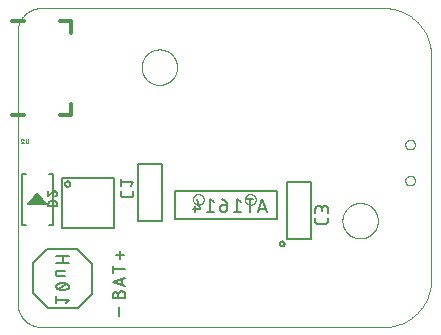
<source format=gbo>
G75*
%MOIN*%
%OFA0B0*%
%FSLAX25Y25*%
%IPPOS*%
%LPD*%
%AMOC8*
5,1,8,0,0,1.08239X$1,22.5*
%
%ADD10C,0.00000*%
%ADD11C,0.00800*%
%ADD12C,0.00500*%
%ADD13C,0.00600*%
%ADD14C,0.00630*%
%ADD15C,0.00669*%
%ADD16C,0.01200*%
%ADD17C,0.00100*%
D10*
X0025122Y0017048D02*
X0139295Y0017048D01*
X0139676Y0017053D01*
X0140056Y0017066D01*
X0140436Y0017089D01*
X0140815Y0017122D01*
X0141193Y0017163D01*
X0141570Y0017213D01*
X0141946Y0017273D01*
X0142321Y0017341D01*
X0142693Y0017419D01*
X0143064Y0017506D01*
X0143432Y0017601D01*
X0143798Y0017706D01*
X0144161Y0017819D01*
X0144522Y0017941D01*
X0144879Y0018071D01*
X0145233Y0018211D01*
X0145584Y0018358D01*
X0145931Y0018515D01*
X0146274Y0018679D01*
X0146613Y0018852D01*
X0146948Y0019033D01*
X0147279Y0019222D01*
X0147604Y0019419D01*
X0147925Y0019623D01*
X0148241Y0019836D01*
X0148551Y0020056D01*
X0148857Y0020283D01*
X0149156Y0020518D01*
X0149450Y0020760D01*
X0149738Y0021008D01*
X0150020Y0021264D01*
X0150295Y0021527D01*
X0150564Y0021796D01*
X0150827Y0022071D01*
X0151083Y0022353D01*
X0151331Y0022641D01*
X0151573Y0022935D01*
X0151808Y0023234D01*
X0152035Y0023540D01*
X0152255Y0023850D01*
X0152468Y0024166D01*
X0152672Y0024487D01*
X0152869Y0024812D01*
X0153058Y0025143D01*
X0153239Y0025478D01*
X0153412Y0025817D01*
X0153576Y0026160D01*
X0153733Y0026507D01*
X0153880Y0026858D01*
X0154020Y0027212D01*
X0154150Y0027569D01*
X0154272Y0027930D01*
X0154385Y0028293D01*
X0154490Y0028659D01*
X0154585Y0029027D01*
X0154672Y0029398D01*
X0154750Y0029770D01*
X0154818Y0030145D01*
X0154878Y0030521D01*
X0154928Y0030898D01*
X0154969Y0031276D01*
X0155002Y0031655D01*
X0155025Y0032035D01*
X0155038Y0032415D01*
X0155043Y0032796D01*
X0155043Y0107599D01*
X0155038Y0107980D01*
X0155025Y0108360D01*
X0155002Y0108740D01*
X0154969Y0109119D01*
X0154928Y0109497D01*
X0154878Y0109874D01*
X0154818Y0110250D01*
X0154750Y0110625D01*
X0154672Y0110997D01*
X0154585Y0111368D01*
X0154490Y0111736D01*
X0154385Y0112102D01*
X0154272Y0112465D01*
X0154150Y0112826D01*
X0154020Y0113183D01*
X0153880Y0113537D01*
X0153733Y0113888D01*
X0153576Y0114235D01*
X0153412Y0114578D01*
X0153239Y0114917D01*
X0153058Y0115252D01*
X0152869Y0115583D01*
X0152672Y0115908D01*
X0152468Y0116229D01*
X0152255Y0116545D01*
X0152035Y0116855D01*
X0151808Y0117161D01*
X0151573Y0117460D01*
X0151331Y0117754D01*
X0151083Y0118042D01*
X0150827Y0118324D01*
X0150564Y0118599D01*
X0150295Y0118868D01*
X0150020Y0119131D01*
X0149738Y0119387D01*
X0149450Y0119635D01*
X0149156Y0119877D01*
X0148857Y0120112D01*
X0148551Y0120339D01*
X0148241Y0120559D01*
X0147925Y0120772D01*
X0147604Y0120976D01*
X0147279Y0121173D01*
X0146948Y0121362D01*
X0146613Y0121543D01*
X0146274Y0121716D01*
X0145931Y0121880D01*
X0145584Y0122037D01*
X0145233Y0122184D01*
X0144879Y0122324D01*
X0144522Y0122454D01*
X0144161Y0122576D01*
X0143798Y0122689D01*
X0143432Y0122794D01*
X0143064Y0122889D01*
X0142693Y0122976D01*
X0142321Y0123054D01*
X0141946Y0123122D01*
X0141570Y0123182D01*
X0141193Y0123232D01*
X0140815Y0123273D01*
X0140436Y0123306D01*
X0140056Y0123329D01*
X0139676Y0123342D01*
X0139295Y0123347D01*
X0025122Y0123347D01*
X0024932Y0123345D01*
X0024742Y0123338D01*
X0024552Y0123326D01*
X0024362Y0123310D01*
X0024173Y0123290D01*
X0023984Y0123264D01*
X0023796Y0123235D01*
X0023609Y0123200D01*
X0023423Y0123161D01*
X0023238Y0123118D01*
X0023053Y0123070D01*
X0022870Y0123018D01*
X0022689Y0122962D01*
X0022509Y0122901D01*
X0022330Y0122835D01*
X0022153Y0122766D01*
X0021977Y0122692D01*
X0021804Y0122614D01*
X0021632Y0122531D01*
X0021463Y0122445D01*
X0021295Y0122355D01*
X0021130Y0122260D01*
X0020967Y0122162D01*
X0020807Y0122059D01*
X0020649Y0121953D01*
X0020494Y0121843D01*
X0020341Y0121730D01*
X0020191Y0121612D01*
X0020045Y0121491D01*
X0019901Y0121367D01*
X0019760Y0121239D01*
X0019622Y0121108D01*
X0019487Y0120973D01*
X0019356Y0120835D01*
X0019228Y0120694D01*
X0019104Y0120550D01*
X0018983Y0120404D01*
X0018865Y0120254D01*
X0018752Y0120101D01*
X0018642Y0119946D01*
X0018536Y0119788D01*
X0018433Y0119628D01*
X0018335Y0119465D01*
X0018240Y0119300D01*
X0018150Y0119132D01*
X0018064Y0118963D01*
X0017981Y0118791D01*
X0017903Y0118618D01*
X0017829Y0118442D01*
X0017760Y0118265D01*
X0017694Y0118086D01*
X0017633Y0117906D01*
X0017577Y0117725D01*
X0017525Y0117542D01*
X0017477Y0117357D01*
X0017434Y0117172D01*
X0017395Y0116986D01*
X0017360Y0116799D01*
X0017331Y0116611D01*
X0017305Y0116422D01*
X0017285Y0116233D01*
X0017269Y0116043D01*
X0017257Y0115853D01*
X0017250Y0115663D01*
X0017248Y0115473D01*
X0017248Y0024922D01*
X0017250Y0024732D01*
X0017257Y0024542D01*
X0017269Y0024352D01*
X0017285Y0024162D01*
X0017305Y0023973D01*
X0017331Y0023784D01*
X0017360Y0023596D01*
X0017395Y0023409D01*
X0017434Y0023223D01*
X0017477Y0023038D01*
X0017525Y0022853D01*
X0017577Y0022670D01*
X0017633Y0022489D01*
X0017694Y0022309D01*
X0017760Y0022130D01*
X0017829Y0021953D01*
X0017903Y0021777D01*
X0017981Y0021604D01*
X0018064Y0021432D01*
X0018150Y0021263D01*
X0018240Y0021095D01*
X0018335Y0020930D01*
X0018433Y0020767D01*
X0018536Y0020607D01*
X0018642Y0020449D01*
X0018752Y0020294D01*
X0018865Y0020141D01*
X0018983Y0019991D01*
X0019104Y0019845D01*
X0019228Y0019701D01*
X0019356Y0019560D01*
X0019487Y0019422D01*
X0019622Y0019287D01*
X0019760Y0019156D01*
X0019901Y0019028D01*
X0020045Y0018904D01*
X0020191Y0018783D01*
X0020341Y0018665D01*
X0020494Y0018552D01*
X0020649Y0018442D01*
X0020807Y0018336D01*
X0020967Y0018233D01*
X0021130Y0018135D01*
X0021295Y0018040D01*
X0021463Y0017950D01*
X0021632Y0017864D01*
X0021804Y0017781D01*
X0021977Y0017703D01*
X0022153Y0017629D01*
X0022330Y0017560D01*
X0022509Y0017494D01*
X0022689Y0017433D01*
X0022870Y0017377D01*
X0023053Y0017325D01*
X0023238Y0017277D01*
X0023423Y0017234D01*
X0023609Y0017195D01*
X0023796Y0017160D01*
X0023984Y0017131D01*
X0024173Y0017105D01*
X0024362Y0017085D01*
X0024552Y0017069D01*
X0024742Y0017057D01*
X0024932Y0017050D01*
X0025122Y0017048D01*
X0075712Y0059585D02*
X0075714Y0059669D01*
X0075720Y0059752D01*
X0075730Y0059835D01*
X0075744Y0059918D01*
X0075761Y0060000D01*
X0075783Y0060081D01*
X0075808Y0060160D01*
X0075837Y0060239D01*
X0075870Y0060316D01*
X0075906Y0060391D01*
X0075946Y0060465D01*
X0075989Y0060537D01*
X0076036Y0060606D01*
X0076086Y0060673D01*
X0076139Y0060738D01*
X0076195Y0060800D01*
X0076253Y0060860D01*
X0076315Y0060917D01*
X0076379Y0060970D01*
X0076446Y0061021D01*
X0076515Y0061068D01*
X0076586Y0061113D01*
X0076659Y0061153D01*
X0076734Y0061190D01*
X0076811Y0061224D01*
X0076889Y0061254D01*
X0076968Y0061280D01*
X0077049Y0061303D01*
X0077131Y0061321D01*
X0077213Y0061336D01*
X0077296Y0061347D01*
X0077379Y0061354D01*
X0077463Y0061357D01*
X0077547Y0061356D01*
X0077630Y0061351D01*
X0077714Y0061342D01*
X0077796Y0061329D01*
X0077878Y0061313D01*
X0077959Y0061292D01*
X0078040Y0061268D01*
X0078118Y0061240D01*
X0078196Y0061208D01*
X0078272Y0061172D01*
X0078346Y0061133D01*
X0078418Y0061091D01*
X0078488Y0061045D01*
X0078556Y0060996D01*
X0078621Y0060944D01*
X0078684Y0060889D01*
X0078744Y0060831D01*
X0078802Y0060770D01*
X0078856Y0060706D01*
X0078908Y0060640D01*
X0078956Y0060572D01*
X0079001Y0060501D01*
X0079042Y0060428D01*
X0079081Y0060354D01*
X0079115Y0060278D01*
X0079146Y0060200D01*
X0079173Y0060121D01*
X0079197Y0060040D01*
X0079216Y0059959D01*
X0079232Y0059877D01*
X0079244Y0059794D01*
X0079252Y0059710D01*
X0079256Y0059627D01*
X0079256Y0059543D01*
X0079252Y0059460D01*
X0079244Y0059376D01*
X0079232Y0059293D01*
X0079216Y0059211D01*
X0079197Y0059130D01*
X0079173Y0059049D01*
X0079146Y0058970D01*
X0079115Y0058892D01*
X0079081Y0058816D01*
X0079042Y0058742D01*
X0079001Y0058669D01*
X0078956Y0058598D01*
X0078908Y0058530D01*
X0078856Y0058464D01*
X0078802Y0058400D01*
X0078744Y0058339D01*
X0078684Y0058281D01*
X0078621Y0058226D01*
X0078556Y0058174D01*
X0078488Y0058125D01*
X0078418Y0058079D01*
X0078346Y0058037D01*
X0078272Y0057998D01*
X0078196Y0057962D01*
X0078118Y0057930D01*
X0078040Y0057902D01*
X0077959Y0057878D01*
X0077878Y0057857D01*
X0077796Y0057841D01*
X0077714Y0057828D01*
X0077630Y0057819D01*
X0077547Y0057814D01*
X0077463Y0057813D01*
X0077379Y0057816D01*
X0077296Y0057823D01*
X0077213Y0057834D01*
X0077131Y0057849D01*
X0077049Y0057867D01*
X0076968Y0057890D01*
X0076889Y0057916D01*
X0076811Y0057946D01*
X0076734Y0057980D01*
X0076659Y0058017D01*
X0076586Y0058057D01*
X0076515Y0058102D01*
X0076446Y0058149D01*
X0076379Y0058200D01*
X0076315Y0058253D01*
X0076253Y0058310D01*
X0076195Y0058370D01*
X0076139Y0058432D01*
X0076086Y0058497D01*
X0076036Y0058564D01*
X0075989Y0058633D01*
X0075946Y0058705D01*
X0075906Y0058779D01*
X0075870Y0058854D01*
X0075837Y0058931D01*
X0075808Y0059010D01*
X0075783Y0059089D01*
X0075761Y0059170D01*
X0075744Y0059252D01*
X0075730Y0059335D01*
X0075720Y0059418D01*
X0075714Y0059501D01*
X0075712Y0059585D01*
X0093035Y0059587D02*
X0093037Y0059671D01*
X0093043Y0059754D01*
X0093053Y0059837D01*
X0093067Y0059920D01*
X0093084Y0060002D01*
X0093106Y0060083D01*
X0093131Y0060162D01*
X0093160Y0060241D01*
X0093193Y0060318D01*
X0093229Y0060393D01*
X0093269Y0060467D01*
X0093312Y0060539D01*
X0093359Y0060608D01*
X0093409Y0060675D01*
X0093462Y0060740D01*
X0093518Y0060802D01*
X0093576Y0060862D01*
X0093638Y0060919D01*
X0093702Y0060972D01*
X0093769Y0061023D01*
X0093838Y0061070D01*
X0093909Y0061115D01*
X0093982Y0061155D01*
X0094057Y0061192D01*
X0094134Y0061226D01*
X0094212Y0061256D01*
X0094291Y0061282D01*
X0094372Y0061305D01*
X0094454Y0061323D01*
X0094536Y0061338D01*
X0094619Y0061349D01*
X0094702Y0061356D01*
X0094786Y0061359D01*
X0094870Y0061358D01*
X0094953Y0061353D01*
X0095037Y0061344D01*
X0095119Y0061331D01*
X0095201Y0061315D01*
X0095282Y0061294D01*
X0095363Y0061270D01*
X0095441Y0061242D01*
X0095519Y0061210D01*
X0095595Y0061174D01*
X0095669Y0061135D01*
X0095741Y0061093D01*
X0095811Y0061047D01*
X0095879Y0060998D01*
X0095944Y0060946D01*
X0096007Y0060891D01*
X0096067Y0060833D01*
X0096125Y0060772D01*
X0096179Y0060708D01*
X0096231Y0060642D01*
X0096279Y0060574D01*
X0096324Y0060503D01*
X0096365Y0060430D01*
X0096404Y0060356D01*
X0096438Y0060280D01*
X0096469Y0060202D01*
X0096496Y0060123D01*
X0096520Y0060042D01*
X0096539Y0059961D01*
X0096555Y0059879D01*
X0096567Y0059796D01*
X0096575Y0059712D01*
X0096579Y0059629D01*
X0096579Y0059545D01*
X0096575Y0059462D01*
X0096567Y0059378D01*
X0096555Y0059295D01*
X0096539Y0059213D01*
X0096520Y0059132D01*
X0096496Y0059051D01*
X0096469Y0058972D01*
X0096438Y0058894D01*
X0096404Y0058818D01*
X0096365Y0058744D01*
X0096324Y0058671D01*
X0096279Y0058600D01*
X0096231Y0058532D01*
X0096179Y0058466D01*
X0096125Y0058402D01*
X0096067Y0058341D01*
X0096007Y0058283D01*
X0095944Y0058228D01*
X0095879Y0058176D01*
X0095811Y0058127D01*
X0095741Y0058081D01*
X0095669Y0058039D01*
X0095595Y0058000D01*
X0095519Y0057964D01*
X0095441Y0057932D01*
X0095363Y0057904D01*
X0095282Y0057880D01*
X0095201Y0057859D01*
X0095119Y0057843D01*
X0095037Y0057830D01*
X0094953Y0057821D01*
X0094870Y0057816D01*
X0094786Y0057815D01*
X0094702Y0057818D01*
X0094619Y0057825D01*
X0094536Y0057836D01*
X0094454Y0057851D01*
X0094372Y0057869D01*
X0094291Y0057892D01*
X0094212Y0057918D01*
X0094134Y0057948D01*
X0094057Y0057982D01*
X0093982Y0058019D01*
X0093909Y0058059D01*
X0093838Y0058104D01*
X0093769Y0058151D01*
X0093702Y0058202D01*
X0093638Y0058255D01*
X0093576Y0058312D01*
X0093518Y0058372D01*
X0093462Y0058434D01*
X0093409Y0058499D01*
X0093359Y0058566D01*
X0093312Y0058635D01*
X0093269Y0058707D01*
X0093229Y0058781D01*
X0093193Y0058856D01*
X0093160Y0058933D01*
X0093131Y0059012D01*
X0093106Y0059091D01*
X0093084Y0059172D01*
X0093067Y0059254D01*
X0093053Y0059337D01*
X0093043Y0059420D01*
X0093037Y0059503D01*
X0093035Y0059587D01*
X0125515Y0052481D02*
X0125517Y0052634D01*
X0125523Y0052788D01*
X0125533Y0052941D01*
X0125547Y0053093D01*
X0125565Y0053246D01*
X0125587Y0053397D01*
X0125612Y0053548D01*
X0125642Y0053699D01*
X0125676Y0053849D01*
X0125713Y0053997D01*
X0125754Y0054145D01*
X0125799Y0054291D01*
X0125848Y0054437D01*
X0125901Y0054581D01*
X0125957Y0054723D01*
X0126017Y0054864D01*
X0126081Y0055004D01*
X0126148Y0055142D01*
X0126219Y0055278D01*
X0126294Y0055412D01*
X0126371Y0055544D01*
X0126453Y0055674D01*
X0126537Y0055802D01*
X0126625Y0055928D01*
X0126716Y0056051D01*
X0126810Y0056172D01*
X0126908Y0056290D01*
X0127008Y0056406D01*
X0127112Y0056519D01*
X0127218Y0056630D01*
X0127327Y0056738D01*
X0127439Y0056843D01*
X0127553Y0056944D01*
X0127671Y0057043D01*
X0127790Y0057139D01*
X0127912Y0057232D01*
X0128037Y0057321D01*
X0128164Y0057408D01*
X0128293Y0057490D01*
X0128424Y0057570D01*
X0128557Y0057646D01*
X0128692Y0057719D01*
X0128829Y0057788D01*
X0128968Y0057853D01*
X0129108Y0057915D01*
X0129250Y0057973D01*
X0129393Y0058028D01*
X0129538Y0058079D01*
X0129684Y0058126D01*
X0129831Y0058169D01*
X0129979Y0058208D01*
X0130128Y0058244D01*
X0130278Y0058275D01*
X0130429Y0058303D01*
X0130580Y0058327D01*
X0130733Y0058347D01*
X0130885Y0058363D01*
X0131038Y0058375D01*
X0131191Y0058383D01*
X0131344Y0058387D01*
X0131498Y0058387D01*
X0131651Y0058383D01*
X0131804Y0058375D01*
X0131957Y0058363D01*
X0132109Y0058347D01*
X0132262Y0058327D01*
X0132413Y0058303D01*
X0132564Y0058275D01*
X0132714Y0058244D01*
X0132863Y0058208D01*
X0133011Y0058169D01*
X0133158Y0058126D01*
X0133304Y0058079D01*
X0133449Y0058028D01*
X0133592Y0057973D01*
X0133734Y0057915D01*
X0133874Y0057853D01*
X0134013Y0057788D01*
X0134150Y0057719D01*
X0134285Y0057646D01*
X0134418Y0057570D01*
X0134549Y0057490D01*
X0134678Y0057408D01*
X0134805Y0057321D01*
X0134930Y0057232D01*
X0135052Y0057139D01*
X0135171Y0057043D01*
X0135289Y0056944D01*
X0135403Y0056843D01*
X0135515Y0056738D01*
X0135624Y0056630D01*
X0135730Y0056519D01*
X0135834Y0056406D01*
X0135934Y0056290D01*
X0136032Y0056172D01*
X0136126Y0056051D01*
X0136217Y0055928D01*
X0136305Y0055802D01*
X0136389Y0055674D01*
X0136471Y0055544D01*
X0136548Y0055412D01*
X0136623Y0055278D01*
X0136694Y0055142D01*
X0136761Y0055004D01*
X0136825Y0054864D01*
X0136885Y0054723D01*
X0136941Y0054581D01*
X0136994Y0054437D01*
X0137043Y0054291D01*
X0137088Y0054145D01*
X0137129Y0053997D01*
X0137166Y0053849D01*
X0137200Y0053699D01*
X0137230Y0053548D01*
X0137255Y0053397D01*
X0137277Y0053246D01*
X0137295Y0053093D01*
X0137309Y0052941D01*
X0137319Y0052788D01*
X0137325Y0052634D01*
X0137327Y0052481D01*
X0137325Y0052328D01*
X0137319Y0052174D01*
X0137309Y0052021D01*
X0137295Y0051869D01*
X0137277Y0051716D01*
X0137255Y0051565D01*
X0137230Y0051414D01*
X0137200Y0051263D01*
X0137166Y0051113D01*
X0137129Y0050965D01*
X0137088Y0050817D01*
X0137043Y0050671D01*
X0136994Y0050525D01*
X0136941Y0050381D01*
X0136885Y0050239D01*
X0136825Y0050098D01*
X0136761Y0049958D01*
X0136694Y0049820D01*
X0136623Y0049684D01*
X0136548Y0049550D01*
X0136471Y0049418D01*
X0136389Y0049288D01*
X0136305Y0049160D01*
X0136217Y0049034D01*
X0136126Y0048911D01*
X0136032Y0048790D01*
X0135934Y0048672D01*
X0135834Y0048556D01*
X0135730Y0048443D01*
X0135624Y0048332D01*
X0135515Y0048224D01*
X0135403Y0048119D01*
X0135289Y0048018D01*
X0135171Y0047919D01*
X0135052Y0047823D01*
X0134930Y0047730D01*
X0134805Y0047641D01*
X0134678Y0047554D01*
X0134549Y0047472D01*
X0134418Y0047392D01*
X0134285Y0047316D01*
X0134150Y0047243D01*
X0134013Y0047174D01*
X0133874Y0047109D01*
X0133734Y0047047D01*
X0133592Y0046989D01*
X0133449Y0046934D01*
X0133304Y0046883D01*
X0133158Y0046836D01*
X0133011Y0046793D01*
X0132863Y0046754D01*
X0132714Y0046718D01*
X0132564Y0046687D01*
X0132413Y0046659D01*
X0132262Y0046635D01*
X0132109Y0046615D01*
X0131957Y0046599D01*
X0131804Y0046587D01*
X0131651Y0046579D01*
X0131498Y0046575D01*
X0131344Y0046575D01*
X0131191Y0046579D01*
X0131038Y0046587D01*
X0130885Y0046599D01*
X0130733Y0046615D01*
X0130580Y0046635D01*
X0130429Y0046659D01*
X0130278Y0046687D01*
X0130128Y0046718D01*
X0129979Y0046754D01*
X0129831Y0046793D01*
X0129684Y0046836D01*
X0129538Y0046883D01*
X0129393Y0046934D01*
X0129250Y0046989D01*
X0129108Y0047047D01*
X0128968Y0047109D01*
X0128829Y0047174D01*
X0128692Y0047243D01*
X0128557Y0047316D01*
X0128424Y0047392D01*
X0128293Y0047472D01*
X0128164Y0047554D01*
X0128037Y0047641D01*
X0127912Y0047730D01*
X0127790Y0047823D01*
X0127671Y0047919D01*
X0127553Y0048018D01*
X0127439Y0048119D01*
X0127327Y0048224D01*
X0127218Y0048332D01*
X0127112Y0048443D01*
X0127008Y0048556D01*
X0126908Y0048672D01*
X0126810Y0048790D01*
X0126716Y0048911D01*
X0126625Y0049034D01*
X0126537Y0049160D01*
X0126453Y0049288D01*
X0126371Y0049418D01*
X0126294Y0049550D01*
X0126219Y0049684D01*
X0126148Y0049820D01*
X0126081Y0049958D01*
X0126017Y0050098D01*
X0125957Y0050239D01*
X0125901Y0050381D01*
X0125848Y0050525D01*
X0125799Y0050671D01*
X0125754Y0050817D01*
X0125713Y0050965D01*
X0125676Y0051113D01*
X0125642Y0051263D01*
X0125612Y0051414D01*
X0125587Y0051565D01*
X0125565Y0051716D01*
X0125547Y0051869D01*
X0125533Y0052021D01*
X0125523Y0052174D01*
X0125517Y0052328D01*
X0125515Y0052481D01*
X0146475Y0065851D02*
X0146477Y0065931D01*
X0146483Y0066010D01*
X0146493Y0066089D01*
X0146507Y0066168D01*
X0146524Y0066246D01*
X0146546Y0066323D01*
X0146571Y0066398D01*
X0146601Y0066472D01*
X0146633Y0066545D01*
X0146670Y0066616D01*
X0146710Y0066685D01*
X0146753Y0066752D01*
X0146800Y0066817D01*
X0146849Y0066879D01*
X0146902Y0066939D01*
X0146958Y0066996D01*
X0147016Y0067051D01*
X0147077Y0067102D01*
X0147141Y0067150D01*
X0147207Y0067195D01*
X0147275Y0067237D01*
X0147345Y0067275D01*
X0147417Y0067309D01*
X0147490Y0067340D01*
X0147565Y0067368D01*
X0147642Y0067391D01*
X0147719Y0067411D01*
X0147797Y0067427D01*
X0147876Y0067439D01*
X0147955Y0067447D01*
X0148035Y0067451D01*
X0148115Y0067451D01*
X0148195Y0067447D01*
X0148274Y0067439D01*
X0148353Y0067427D01*
X0148431Y0067411D01*
X0148508Y0067391D01*
X0148585Y0067368D01*
X0148660Y0067340D01*
X0148733Y0067309D01*
X0148805Y0067275D01*
X0148875Y0067237D01*
X0148943Y0067195D01*
X0149009Y0067150D01*
X0149073Y0067102D01*
X0149134Y0067051D01*
X0149192Y0066996D01*
X0149248Y0066939D01*
X0149301Y0066879D01*
X0149350Y0066817D01*
X0149397Y0066752D01*
X0149440Y0066685D01*
X0149480Y0066616D01*
X0149517Y0066545D01*
X0149549Y0066472D01*
X0149579Y0066398D01*
X0149604Y0066323D01*
X0149626Y0066246D01*
X0149643Y0066168D01*
X0149657Y0066089D01*
X0149667Y0066010D01*
X0149673Y0065931D01*
X0149675Y0065851D01*
X0149673Y0065771D01*
X0149667Y0065692D01*
X0149657Y0065613D01*
X0149643Y0065534D01*
X0149626Y0065456D01*
X0149604Y0065379D01*
X0149579Y0065304D01*
X0149549Y0065230D01*
X0149517Y0065157D01*
X0149480Y0065086D01*
X0149440Y0065017D01*
X0149397Y0064950D01*
X0149350Y0064885D01*
X0149301Y0064823D01*
X0149248Y0064763D01*
X0149192Y0064706D01*
X0149134Y0064651D01*
X0149073Y0064600D01*
X0149009Y0064552D01*
X0148943Y0064507D01*
X0148875Y0064465D01*
X0148805Y0064427D01*
X0148733Y0064393D01*
X0148660Y0064362D01*
X0148585Y0064334D01*
X0148508Y0064311D01*
X0148431Y0064291D01*
X0148353Y0064275D01*
X0148274Y0064263D01*
X0148195Y0064255D01*
X0148115Y0064251D01*
X0148035Y0064251D01*
X0147955Y0064255D01*
X0147876Y0064263D01*
X0147797Y0064275D01*
X0147719Y0064291D01*
X0147642Y0064311D01*
X0147565Y0064334D01*
X0147490Y0064362D01*
X0147417Y0064393D01*
X0147345Y0064427D01*
X0147275Y0064465D01*
X0147207Y0064507D01*
X0147141Y0064552D01*
X0147077Y0064600D01*
X0147016Y0064651D01*
X0146958Y0064706D01*
X0146902Y0064763D01*
X0146849Y0064823D01*
X0146800Y0064885D01*
X0146753Y0064950D01*
X0146710Y0065017D01*
X0146670Y0065086D01*
X0146633Y0065157D01*
X0146601Y0065230D01*
X0146571Y0065304D01*
X0146546Y0065379D01*
X0146524Y0065456D01*
X0146507Y0065534D01*
X0146493Y0065613D01*
X0146483Y0065692D01*
X0146477Y0065771D01*
X0146475Y0065851D01*
X0146475Y0077851D02*
X0146477Y0077931D01*
X0146483Y0078010D01*
X0146493Y0078089D01*
X0146507Y0078168D01*
X0146524Y0078246D01*
X0146546Y0078323D01*
X0146571Y0078398D01*
X0146601Y0078472D01*
X0146633Y0078545D01*
X0146670Y0078616D01*
X0146710Y0078685D01*
X0146753Y0078752D01*
X0146800Y0078817D01*
X0146849Y0078879D01*
X0146902Y0078939D01*
X0146958Y0078996D01*
X0147016Y0079051D01*
X0147077Y0079102D01*
X0147141Y0079150D01*
X0147207Y0079195D01*
X0147275Y0079237D01*
X0147345Y0079275D01*
X0147417Y0079309D01*
X0147490Y0079340D01*
X0147565Y0079368D01*
X0147642Y0079391D01*
X0147719Y0079411D01*
X0147797Y0079427D01*
X0147876Y0079439D01*
X0147955Y0079447D01*
X0148035Y0079451D01*
X0148115Y0079451D01*
X0148195Y0079447D01*
X0148274Y0079439D01*
X0148353Y0079427D01*
X0148431Y0079411D01*
X0148508Y0079391D01*
X0148585Y0079368D01*
X0148660Y0079340D01*
X0148733Y0079309D01*
X0148805Y0079275D01*
X0148875Y0079237D01*
X0148943Y0079195D01*
X0149009Y0079150D01*
X0149073Y0079102D01*
X0149134Y0079051D01*
X0149192Y0078996D01*
X0149248Y0078939D01*
X0149301Y0078879D01*
X0149350Y0078817D01*
X0149397Y0078752D01*
X0149440Y0078685D01*
X0149480Y0078616D01*
X0149517Y0078545D01*
X0149549Y0078472D01*
X0149579Y0078398D01*
X0149604Y0078323D01*
X0149626Y0078246D01*
X0149643Y0078168D01*
X0149657Y0078089D01*
X0149667Y0078010D01*
X0149673Y0077931D01*
X0149675Y0077851D01*
X0149673Y0077771D01*
X0149667Y0077692D01*
X0149657Y0077613D01*
X0149643Y0077534D01*
X0149626Y0077456D01*
X0149604Y0077379D01*
X0149579Y0077304D01*
X0149549Y0077230D01*
X0149517Y0077157D01*
X0149480Y0077086D01*
X0149440Y0077017D01*
X0149397Y0076950D01*
X0149350Y0076885D01*
X0149301Y0076823D01*
X0149248Y0076763D01*
X0149192Y0076706D01*
X0149134Y0076651D01*
X0149073Y0076600D01*
X0149009Y0076552D01*
X0148943Y0076507D01*
X0148875Y0076465D01*
X0148805Y0076427D01*
X0148733Y0076393D01*
X0148660Y0076362D01*
X0148585Y0076334D01*
X0148508Y0076311D01*
X0148431Y0076291D01*
X0148353Y0076275D01*
X0148274Y0076263D01*
X0148195Y0076255D01*
X0148115Y0076251D01*
X0148035Y0076251D01*
X0147955Y0076255D01*
X0147876Y0076263D01*
X0147797Y0076275D01*
X0147719Y0076291D01*
X0147642Y0076311D01*
X0147565Y0076334D01*
X0147490Y0076362D01*
X0147417Y0076393D01*
X0147345Y0076427D01*
X0147275Y0076465D01*
X0147207Y0076507D01*
X0147141Y0076552D01*
X0147077Y0076600D01*
X0147016Y0076651D01*
X0146958Y0076706D01*
X0146902Y0076763D01*
X0146849Y0076823D01*
X0146800Y0076885D01*
X0146753Y0076950D01*
X0146710Y0077017D01*
X0146670Y0077086D01*
X0146633Y0077157D01*
X0146601Y0077230D01*
X0146571Y0077304D01*
X0146546Y0077379D01*
X0146524Y0077456D01*
X0146507Y0077534D01*
X0146493Y0077613D01*
X0146483Y0077692D01*
X0146477Y0077771D01*
X0146475Y0077851D01*
X0058586Y0103662D02*
X0058588Y0103815D01*
X0058594Y0103969D01*
X0058604Y0104122D01*
X0058618Y0104274D01*
X0058636Y0104427D01*
X0058658Y0104578D01*
X0058683Y0104729D01*
X0058713Y0104880D01*
X0058747Y0105030D01*
X0058784Y0105178D01*
X0058825Y0105326D01*
X0058870Y0105472D01*
X0058919Y0105618D01*
X0058972Y0105762D01*
X0059028Y0105904D01*
X0059088Y0106045D01*
X0059152Y0106185D01*
X0059219Y0106323D01*
X0059290Y0106459D01*
X0059365Y0106593D01*
X0059442Y0106725D01*
X0059524Y0106855D01*
X0059608Y0106983D01*
X0059696Y0107109D01*
X0059787Y0107232D01*
X0059881Y0107353D01*
X0059979Y0107471D01*
X0060079Y0107587D01*
X0060183Y0107700D01*
X0060289Y0107811D01*
X0060398Y0107919D01*
X0060510Y0108024D01*
X0060624Y0108125D01*
X0060742Y0108224D01*
X0060861Y0108320D01*
X0060983Y0108413D01*
X0061108Y0108502D01*
X0061235Y0108589D01*
X0061364Y0108671D01*
X0061495Y0108751D01*
X0061628Y0108827D01*
X0061763Y0108900D01*
X0061900Y0108969D01*
X0062039Y0109034D01*
X0062179Y0109096D01*
X0062321Y0109154D01*
X0062464Y0109209D01*
X0062609Y0109260D01*
X0062755Y0109307D01*
X0062902Y0109350D01*
X0063050Y0109389D01*
X0063199Y0109425D01*
X0063349Y0109456D01*
X0063500Y0109484D01*
X0063651Y0109508D01*
X0063804Y0109528D01*
X0063956Y0109544D01*
X0064109Y0109556D01*
X0064262Y0109564D01*
X0064415Y0109568D01*
X0064569Y0109568D01*
X0064722Y0109564D01*
X0064875Y0109556D01*
X0065028Y0109544D01*
X0065180Y0109528D01*
X0065333Y0109508D01*
X0065484Y0109484D01*
X0065635Y0109456D01*
X0065785Y0109425D01*
X0065934Y0109389D01*
X0066082Y0109350D01*
X0066229Y0109307D01*
X0066375Y0109260D01*
X0066520Y0109209D01*
X0066663Y0109154D01*
X0066805Y0109096D01*
X0066945Y0109034D01*
X0067084Y0108969D01*
X0067221Y0108900D01*
X0067356Y0108827D01*
X0067489Y0108751D01*
X0067620Y0108671D01*
X0067749Y0108589D01*
X0067876Y0108502D01*
X0068001Y0108413D01*
X0068123Y0108320D01*
X0068242Y0108224D01*
X0068360Y0108125D01*
X0068474Y0108024D01*
X0068586Y0107919D01*
X0068695Y0107811D01*
X0068801Y0107700D01*
X0068905Y0107587D01*
X0069005Y0107471D01*
X0069103Y0107353D01*
X0069197Y0107232D01*
X0069288Y0107109D01*
X0069376Y0106983D01*
X0069460Y0106855D01*
X0069542Y0106725D01*
X0069619Y0106593D01*
X0069694Y0106459D01*
X0069765Y0106323D01*
X0069832Y0106185D01*
X0069896Y0106045D01*
X0069956Y0105904D01*
X0070012Y0105762D01*
X0070065Y0105618D01*
X0070114Y0105472D01*
X0070159Y0105326D01*
X0070200Y0105178D01*
X0070237Y0105030D01*
X0070271Y0104880D01*
X0070301Y0104729D01*
X0070326Y0104578D01*
X0070348Y0104427D01*
X0070366Y0104274D01*
X0070380Y0104122D01*
X0070390Y0103969D01*
X0070396Y0103815D01*
X0070398Y0103662D01*
X0070396Y0103509D01*
X0070390Y0103355D01*
X0070380Y0103202D01*
X0070366Y0103050D01*
X0070348Y0102897D01*
X0070326Y0102746D01*
X0070301Y0102595D01*
X0070271Y0102444D01*
X0070237Y0102294D01*
X0070200Y0102146D01*
X0070159Y0101998D01*
X0070114Y0101852D01*
X0070065Y0101706D01*
X0070012Y0101562D01*
X0069956Y0101420D01*
X0069896Y0101279D01*
X0069832Y0101139D01*
X0069765Y0101001D01*
X0069694Y0100865D01*
X0069619Y0100731D01*
X0069542Y0100599D01*
X0069460Y0100469D01*
X0069376Y0100341D01*
X0069288Y0100215D01*
X0069197Y0100092D01*
X0069103Y0099971D01*
X0069005Y0099853D01*
X0068905Y0099737D01*
X0068801Y0099624D01*
X0068695Y0099513D01*
X0068586Y0099405D01*
X0068474Y0099300D01*
X0068360Y0099199D01*
X0068242Y0099100D01*
X0068123Y0099004D01*
X0068001Y0098911D01*
X0067876Y0098822D01*
X0067749Y0098735D01*
X0067620Y0098653D01*
X0067489Y0098573D01*
X0067356Y0098497D01*
X0067221Y0098424D01*
X0067084Y0098355D01*
X0066945Y0098290D01*
X0066805Y0098228D01*
X0066663Y0098170D01*
X0066520Y0098115D01*
X0066375Y0098064D01*
X0066229Y0098017D01*
X0066082Y0097974D01*
X0065934Y0097935D01*
X0065785Y0097899D01*
X0065635Y0097868D01*
X0065484Y0097840D01*
X0065333Y0097816D01*
X0065180Y0097796D01*
X0065028Y0097780D01*
X0064875Y0097768D01*
X0064722Y0097760D01*
X0064569Y0097756D01*
X0064415Y0097756D01*
X0064262Y0097760D01*
X0064109Y0097768D01*
X0063956Y0097780D01*
X0063804Y0097796D01*
X0063651Y0097816D01*
X0063500Y0097840D01*
X0063349Y0097868D01*
X0063199Y0097899D01*
X0063050Y0097935D01*
X0062902Y0097974D01*
X0062755Y0098017D01*
X0062609Y0098064D01*
X0062464Y0098115D01*
X0062321Y0098170D01*
X0062179Y0098228D01*
X0062039Y0098290D01*
X0061900Y0098355D01*
X0061763Y0098424D01*
X0061628Y0098497D01*
X0061495Y0098573D01*
X0061364Y0098653D01*
X0061235Y0098735D01*
X0061108Y0098822D01*
X0060983Y0098911D01*
X0060861Y0099004D01*
X0060742Y0099100D01*
X0060624Y0099199D01*
X0060510Y0099300D01*
X0060398Y0099405D01*
X0060289Y0099513D01*
X0060183Y0099624D01*
X0060079Y0099737D01*
X0059979Y0099853D01*
X0059881Y0099971D01*
X0059787Y0100092D01*
X0059696Y0100215D01*
X0059608Y0100341D01*
X0059524Y0100469D01*
X0059442Y0100599D01*
X0059365Y0100731D01*
X0059290Y0100865D01*
X0059219Y0101001D01*
X0059152Y0101139D01*
X0059088Y0101279D01*
X0059028Y0101420D01*
X0058972Y0101562D01*
X0058919Y0101706D01*
X0058870Y0101852D01*
X0058825Y0101998D01*
X0058784Y0102146D01*
X0058747Y0102294D01*
X0058713Y0102444D01*
X0058683Y0102595D01*
X0058658Y0102746D01*
X0058636Y0102897D01*
X0058618Y0103050D01*
X0058604Y0103202D01*
X0058594Y0103355D01*
X0058588Y0103509D01*
X0058586Y0103662D01*
D11*
X0051624Y0066530D02*
X0051624Y0064197D01*
X0051624Y0065363D02*
X0055824Y0065363D01*
X0054891Y0064197D01*
X0055824Y0062294D02*
X0055824Y0061360D01*
X0055822Y0061299D01*
X0055816Y0061238D01*
X0055806Y0061178D01*
X0055792Y0061119D01*
X0055774Y0061060D01*
X0055753Y0061003D01*
X0055728Y0060947D01*
X0055699Y0060893D01*
X0055667Y0060842D01*
X0055631Y0060792D01*
X0055592Y0060745D01*
X0055551Y0060700D01*
X0055506Y0060659D01*
X0055459Y0060620D01*
X0055409Y0060584D01*
X0055357Y0060552D01*
X0055304Y0060523D01*
X0055248Y0060498D01*
X0055191Y0060477D01*
X0055132Y0060459D01*
X0055073Y0060445D01*
X0055013Y0060435D01*
X0054952Y0060429D01*
X0054891Y0060427D01*
X0052558Y0060427D01*
X0052499Y0060429D01*
X0052441Y0060434D01*
X0052383Y0060444D01*
X0052326Y0060456D01*
X0052270Y0060473D01*
X0052215Y0060493D01*
X0052161Y0060516D01*
X0052109Y0060542D01*
X0052058Y0060572D01*
X0052010Y0060605D01*
X0051963Y0060641D01*
X0051919Y0060680D01*
X0051878Y0060721D01*
X0051839Y0060765D01*
X0051803Y0060812D01*
X0051770Y0060860D01*
X0051740Y0060911D01*
X0051714Y0060963D01*
X0051691Y0061017D01*
X0051671Y0061072D01*
X0051654Y0061128D01*
X0051642Y0061185D01*
X0051632Y0061243D01*
X0051627Y0061301D01*
X0051625Y0061360D01*
X0051624Y0061360D02*
X0051624Y0062294D01*
X0051342Y0042513D02*
X0051342Y0039713D01*
X0049942Y0041113D02*
X0052742Y0041113D01*
X0048895Y0037440D02*
X0048895Y0035106D01*
X0048895Y0036273D02*
X0053095Y0036273D01*
X0053095Y0033473D02*
X0048895Y0032073D01*
X0053095Y0030673D01*
X0052045Y0031023D02*
X0052045Y0033123D01*
X0053096Y0027823D02*
X0053094Y0027890D01*
X0053088Y0027956D01*
X0053079Y0028022D01*
X0053066Y0028087D01*
X0053049Y0028152D01*
X0053028Y0028215D01*
X0053004Y0028277D01*
X0052976Y0028338D01*
X0052945Y0028397D01*
X0052911Y0028454D01*
X0052873Y0028509D01*
X0052832Y0028562D01*
X0052789Y0028612D01*
X0052742Y0028660D01*
X0052693Y0028705D01*
X0052642Y0028747D01*
X0052588Y0028786D01*
X0052532Y0028822D01*
X0052474Y0028855D01*
X0052414Y0028885D01*
X0052352Y0028910D01*
X0052290Y0028933D01*
X0052226Y0028952D01*
X0052161Y0028967D01*
X0052095Y0028978D01*
X0052029Y0028986D01*
X0051962Y0028990D01*
X0051896Y0028990D01*
X0051829Y0028986D01*
X0051763Y0028978D01*
X0051697Y0028967D01*
X0051632Y0028952D01*
X0051568Y0028933D01*
X0051506Y0028910D01*
X0051444Y0028885D01*
X0051384Y0028855D01*
X0051326Y0028822D01*
X0051270Y0028786D01*
X0051216Y0028747D01*
X0051165Y0028705D01*
X0051116Y0028660D01*
X0051069Y0028612D01*
X0051026Y0028562D01*
X0050985Y0028509D01*
X0050947Y0028454D01*
X0050913Y0028397D01*
X0050882Y0028338D01*
X0050854Y0028277D01*
X0050830Y0028215D01*
X0050809Y0028152D01*
X0050792Y0028087D01*
X0050779Y0028022D01*
X0050770Y0027956D01*
X0050764Y0027890D01*
X0050762Y0027823D01*
X0050762Y0026656D01*
X0050762Y0027823D02*
X0050760Y0027883D01*
X0050754Y0027942D01*
X0050745Y0028001D01*
X0050731Y0028060D01*
X0050714Y0028117D01*
X0050694Y0028173D01*
X0050670Y0028228D01*
X0050642Y0028281D01*
X0050611Y0028332D01*
X0050577Y0028381D01*
X0050539Y0028428D01*
X0050499Y0028472D01*
X0050456Y0028514D01*
X0050411Y0028552D01*
X0050363Y0028588D01*
X0050313Y0028621D01*
X0050261Y0028650D01*
X0050207Y0028676D01*
X0050151Y0028699D01*
X0050094Y0028717D01*
X0050037Y0028733D01*
X0049978Y0028744D01*
X0049919Y0028752D01*
X0049859Y0028756D01*
X0049799Y0028756D01*
X0049739Y0028752D01*
X0049680Y0028744D01*
X0049621Y0028733D01*
X0049564Y0028717D01*
X0049507Y0028699D01*
X0049451Y0028676D01*
X0049397Y0028650D01*
X0049345Y0028621D01*
X0049295Y0028588D01*
X0049247Y0028552D01*
X0049202Y0028514D01*
X0049159Y0028472D01*
X0049119Y0028428D01*
X0049081Y0028381D01*
X0049047Y0028332D01*
X0049016Y0028281D01*
X0048988Y0028228D01*
X0048964Y0028173D01*
X0048944Y0028117D01*
X0048927Y0028060D01*
X0048913Y0028001D01*
X0048904Y0027942D01*
X0048898Y0027883D01*
X0048896Y0027823D01*
X0048895Y0027823D02*
X0048895Y0026656D01*
X0053095Y0026656D01*
X0053095Y0027823D01*
X0051044Y0023685D02*
X0051044Y0020885D01*
X0034320Y0026088D02*
X0033387Y0024921D01*
X0034320Y0026088D02*
X0030120Y0026088D01*
X0030120Y0024921D02*
X0030120Y0027255D01*
X0030703Y0031404D02*
X0030805Y0031452D01*
X0030908Y0031496D01*
X0031012Y0031537D01*
X0031118Y0031574D01*
X0031225Y0031608D01*
X0031333Y0031638D01*
X0031442Y0031665D01*
X0031551Y0031689D01*
X0031662Y0031709D01*
X0031773Y0031725D01*
X0031884Y0031738D01*
X0031996Y0031747D01*
X0032108Y0031752D01*
X0032220Y0031754D01*
X0032220Y0029421D02*
X0032332Y0029423D01*
X0032444Y0029428D01*
X0032556Y0029437D01*
X0032667Y0029450D01*
X0032778Y0029466D01*
X0032889Y0029486D01*
X0032998Y0029510D01*
X0033107Y0029537D01*
X0033215Y0029567D01*
X0033322Y0029601D01*
X0033428Y0029638D01*
X0033532Y0029679D01*
X0033635Y0029723D01*
X0033737Y0029771D01*
X0034320Y0030588D02*
X0034318Y0030644D01*
X0034313Y0030700D01*
X0034303Y0030756D01*
X0034291Y0030811D01*
X0034274Y0030865D01*
X0034255Y0030917D01*
X0034231Y0030969D01*
X0034205Y0031019D01*
X0034175Y0031066D01*
X0034143Y0031112D01*
X0034107Y0031156D01*
X0034068Y0031197D01*
X0034027Y0031236D01*
X0033984Y0031271D01*
X0033938Y0031304D01*
X0033890Y0031334D01*
X0033841Y0031361D01*
X0033790Y0031384D01*
X0033737Y0031404D01*
X0033387Y0031521D02*
X0031053Y0029655D01*
X0030120Y0030588D02*
X0030122Y0030644D01*
X0030127Y0030700D01*
X0030137Y0030756D01*
X0030149Y0030811D01*
X0030166Y0030865D01*
X0030185Y0030917D01*
X0030209Y0030969D01*
X0030235Y0031019D01*
X0030265Y0031066D01*
X0030297Y0031112D01*
X0030333Y0031156D01*
X0030372Y0031197D01*
X0030413Y0031236D01*
X0030456Y0031271D01*
X0030502Y0031304D01*
X0030550Y0031334D01*
X0030599Y0031361D01*
X0030650Y0031384D01*
X0030703Y0031404D01*
X0030120Y0030588D02*
X0030122Y0030532D01*
X0030127Y0030476D01*
X0030137Y0030420D01*
X0030149Y0030365D01*
X0030166Y0030311D01*
X0030185Y0030259D01*
X0030209Y0030207D01*
X0030235Y0030157D01*
X0030265Y0030110D01*
X0030297Y0030064D01*
X0030333Y0030020D01*
X0030372Y0029979D01*
X0030413Y0029940D01*
X0030456Y0029905D01*
X0030502Y0029872D01*
X0030550Y0029842D01*
X0030599Y0029815D01*
X0030650Y0029792D01*
X0030703Y0029772D01*
X0032220Y0031755D02*
X0032332Y0031753D01*
X0032444Y0031748D01*
X0032556Y0031739D01*
X0032667Y0031726D01*
X0032778Y0031710D01*
X0032889Y0031690D01*
X0032998Y0031666D01*
X0033107Y0031639D01*
X0033215Y0031609D01*
X0033322Y0031575D01*
X0033428Y0031538D01*
X0033532Y0031497D01*
X0033635Y0031453D01*
X0033737Y0031405D01*
X0034320Y0030588D02*
X0034318Y0030532D01*
X0034313Y0030476D01*
X0034303Y0030420D01*
X0034291Y0030365D01*
X0034274Y0030311D01*
X0034255Y0030259D01*
X0034231Y0030207D01*
X0034205Y0030157D01*
X0034175Y0030110D01*
X0034142Y0030064D01*
X0034107Y0030020D01*
X0034068Y0029979D01*
X0034027Y0029940D01*
X0033984Y0029905D01*
X0033938Y0029872D01*
X0033890Y0029842D01*
X0033841Y0029815D01*
X0033790Y0029792D01*
X0033737Y0029772D01*
X0032220Y0029421D02*
X0032108Y0029423D01*
X0031996Y0029428D01*
X0031884Y0029437D01*
X0031773Y0029450D01*
X0031662Y0029466D01*
X0031551Y0029486D01*
X0031442Y0029510D01*
X0031333Y0029537D01*
X0031225Y0029567D01*
X0031118Y0029601D01*
X0031012Y0029638D01*
X0030908Y0029679D01*
X0030805Y0029723D01*
X0030703Y0029771D01*
X0030820Y0034005D02*
X0032920Y0034005D01*
X0032920Y0035871D02*
X0030120Y0035871D01*
X0030120Y0034705D01*
X0030122Y0034655D01*
X0030127Y0034605D01*
X0030136Y0034556D01*
X0030148Y0034508D01*
X0030164Y0034460D01*
X0030183Y0034414D01*
X0030206Y0034370D01*
X0030231Y0034327D01*
X0030260Y0034286D01*
X0030291Y0034247D01*
X0030325Y0034210D01*
X0030362Y0034176D01*
X0030401Y0034145D01*
X0030442Y0034116D01*
X0030485Y0034091D01*
X0030529Y0034068D01*
X0030575Y0034049D01*
X0030623Y0034033D01*
X0030671Y0034021D01*
X0030720Y0034012D01*
X0030770Y0034007D01*
X0030820Y0034005D01*
X0030120Y0038271D02*
X0034320Y0038271D01*
X0032453Y0038271D02*
X0032453Y0040605D01*
X0034320Y0040605D02*
X0030120Y0040605D01*
X0075758Y0056361D02*
X0078092Y0056361D01*
X0077158Y0059628D01*
X0076458Y0057295D02*
X0076458Y0055428D01*
X0080258Y0055428D02*
X0082592Y0055428D01*
X0081425Y0055428D02*
X0081425Y0059628D01*
X0082592Y0058695D01*
X0085225Y0059628D02*
X0085309Y0059626D01*
X0085392Y0059620D01*
X0085476Y0059611D01*
X0085558Y0059598D01*
X0085640Y0059581D01*
X0085722Y0059561D01*
X0085802Y0059537D01*
X0085881Y0059509D01*
X0085959Y0059478D01*
X0086035Y0059443D01*
X0086110Y0059405D01*
X0086183Y0059364D01*
X0086254Y0059319D01*
X0086322Y0059271D01*
X0086389Y0059221D01*
X0086453Y0059167D01*
X0086515Y0059110D01*
X0086574Y0059051D01*
X0086631Y0058989D01*
X0086685Y0058925D01*
X0086735Y0058858D01*
X0086783Y0058790D01*
X0086828Y0058719D01*
X0086869Y0058646D01*
X0086907Y0058571D01*
X0086942Y0058495D01*
X0086973Y0058417D01*
X0087001Y0058338D01*
X0087025Y0058258D01*
X0087045Y0058176D01*
X0087062Y0058094D01*
X0087075Y0058012D01*
X0087084Y0057928D01*
X0087090Y0057845D01*
X0087092Y0057761D01*
X0087091Y0057761D02*
X0087091Y0056595D01*
X0087092Y0056595D02*
X0087090Y0056528D01*
X0087084Y0056462D01*
X0087075Y0056396D01*
X0087062Y0056331D01*
X0087045Y0056266D01*
X0087024Y0056203D01*
X0087000Y0056141D01*
X0086972Y0056080D01*
X0086941Y0056021D01*
X0086907Y0055964D01*
X0086869Y0055909D01*
X0086828Y0055856D01*
X0086785Y0055806D01*
X0086738Y0055758D01*
X0086689Y0055713D01*
X0086638Y0055671D01*
X0086584Y0055632D01*
X0086528Y0055596D01*
X0086470Y0055563D01*
X0086410Y0055533D01*
X0086348Y0055508D01*
X0086286Y0055485D01*
X0086222Y0055466D01*
X0086157Y0055451D01*
X0086091Y0055440D01*
X0086025Y0055432D01*
X0085958Y0055428D01*
X0085892Y0055428D01*
X0085825Y0055432D01*
X0085759Y0055440D01*
X0085693Y0055451D01*
X0085628Y0055466D01*
X0085564Y0055485D01*
X0085502Y0055508D01*
X0085440Y0055533D01*
X0085380Y0055563D01*
X0085322Y0055596D01*
X0085266Y0055632D01*
X0085212Y0055671D01*
X0085161Y0055713D01*
X0085112Y0055758D01*
X0085065Y0055806D01*
X0085022Y0055856D01*
X0084981Y0055909D01*
X0084943Y0055964D01*
X0084909Y0056021D01*
X0084878Y0056080D01*
X0084850Y0056141D01*
X0084826Y0056203D01*
X0084805Y0056266D01*
X0084788Y0056331D01*
X0084775Y0056396D01*
X0084766Y0056462D01*
X0084760Y0056528D01*
X0084758Y0056595D01*
X0084758Y0056828D01*
X0084760Y0056889D01*
X0084766Y0056950D01*
X0084776Y0057010D01*
X0084790Y0057069D01*
X0084808Y0057128D01*
X0084829Y0057185D01*
X0084854Y0057241D01*
X0084883Y0057295D01*
X0084915Y0057346D01*
X0084951Y0057396D01*
X0084990Y0057443D01*
X0085031Y0057488D01*
X0085076Y0057529D01*
X0085123Y0057568D01*
X0085173Y0057604D01*
X0085225Y0057636D01*
X0085278Y0057665D01*
X0085334Y0057690D01*
X0085391Y0057711D01*
X0085450Y0057729D01*
X0085509Y0057743D01*
X0085569Y0057753D01*
X0085630Y0057759D01*
X0085691Y0057761D01*
X0087091Y0057761D01*
X0089258Y0055428D02*
X0091591Y0055428D01*
X0090425Y0055428D02*
X0090425Y0059628D01*
X0091591Y0058695D01*
X0093458Y0059628D02*
X0095791Y0059628D01*
X0094625Y0059628D02*
X0094625Y0055428D01*
X0097425Y0055428D02*
X0098825Y0059628D01*
X0100225Y0055428D01*
X0099875Y0056478D02*
X0097775Y0056478D01*
X0116467Y0056361D02*
X0116467Y0055194D01*
X0116467Y0056361D02*
X0116469Y0056428D01*
X0116475Y0056494D01*
X0116484Y0056560D01*
X0116497Y0056625D01*
X0116514Y0056690D01*
X0116535Y0056753D01*
X0116559Y0056815D01*
X0116587Y0056876D01*
X0116618Y0056935D01*
X0116652Y0056992D01*
X0116690Y0057047D01*
X0116731Y0057100D01*
X0116774Y0057150D01*
X0116821Y0057198D01*
X0116870Y0057243D01*
X0116921Y0057285D01*
X0116975Y0057324D01*
X0117031Y0057360D01*
X0117089Y0057393D01*
X0117149Y0057423D01*
X0117211Y0057448D01*
X0117273Y0057471D01*
X0117337Y0057490D01*
X0117402Y0057505D01*
X0117468Y0057516D01*
X0117534Y0057524D01*
X0117601Y0057528D01*
X0117667Y0057528D01*
X0117734Y0057524D01*
X0117800Y0057516D01*
X0117866Y0057505D01*
X0117931Y0057490D01*
X0117995Y0057471D01*
X0118057Y0057448D01*
X0118119Y0057423D01*
X0118179Y0057393D01*
X0118237Y0057360D01*
X0118293Y0057324D01*
X0118347Y0057285D01*
X0118398Y0057243D01*
X0118447Y0057198D01*
X0118494Y0057150D01*
X0118537Y0057100D01*
X0118578Y0057047D01*
X0118616Y0056992D01*
X0118650Y0056935D01*
X0118681Y0056876D01*
X0118709Y0056815D01*
X0118733Y0056753D01*
X0118754Y0056690D01*
X0118771Y0056625D01*
X0118784Y0056560D01*
X0118793Y0056494D01*
X0118799Y0056428D01*
X0118801Y0056361D01*
X0118800Y0056594D02*
X0118800Y0055661D01*
X0118801Y0056594D02*
X0118803Y0056654D01*
X0118809Y0056713D01*
X0118818Y0056772D01*
X0118832Y0056831D01*
X0118849Y0056888D01*
X0118869Y0056944D01*
X0118893Y0056999D01*
X0118921Y0057052D01*
X0118952Y0057103D01*
X0118986Y0057152D01*
X0119024Y0057199D01*
X0119064Y0057243D01*
X0119107Y0057285D01*
X0119152Y0057323D01*
X0119200Y0057359D01*
X0119250Y0057392D01*
X0119302Y0057421D01*
X0119356Y0057447D01*
X0119412Y0057470D01*
X0119469Y0057488D01*
X0119526Y0057504D01*
X0119585Y0057515D01*
X0119644Y0057523D01*
X0119704Y0057527D01*
X0119764Y0057527D01*
X0119824Y0057523D01*
X0119883Y0057515D01*
X0119942Y0057504D01*
X0119999Y0057488D01*
X0120056Y0057470D01*
X0120112Y0057447D01*
X0120166Y0057421D01*
X0120218Y0057392D01*
X0120268Y0057359D01*
X0120316Y0057323D01*
X0120361Y0057285D01*
X0120404Y0057243D01*
X0120444Y0057199D01*
X0120482Y0057152D01*
X0120516Y0057103D01*
X0120547Y0057052D01*
X0120575Y0056999D01*
X0120599Y0056944D01*
X0120619Y0056888D01*
X0120636Y0056831D01*
X0120650Y0056772D01*
X0120659Y0056713D01*
X0120665Y0056654D01*
X0120667Y0056594D01*
X0120667Y0055194D01*
X0120667Y0053291D02*
X0120667Y0052358D01*
X0120665Y0052297D01*
X0120659Y0052236D01*
X0120649Y0052176D01*
X0120635Y0052117D01*
X0120617Y0052058D01*
X0120596Y0052001D01*
X0120571Y0051945D01*
X0120542Y0051891D01*
X0120510Y0051840D01*
X0120474Y0051790D01*
X0120435Y0051743D01*
X0120394Y0051698D01*
X0120349Y0051657D01*
X0120302Y0051618D01*
X0120252Y0051582D01*
X0120200Y0051550D01*
X0120147Y0051521D01*
X0120091Y0051496D01*
X0120034Y0051475D01*
X0119975Y0051457D01*
X0119916Y0051443D01*
X0119856Y0051433D01*
X0119795Y0051427D01*
X0119734Y0051425D01*
X0119734Y0051424D02*
X0117400Y0051424D01*
X0117400Y0051425D02*
X0117341Y0051427D01*
X0117283Y0051432D01*
X0117225Y0051442D01*
X0117168Y0051454D01*
X0117112Y0051471D01*
X0117057Y0051491D01*
X0117003Y0051514D01*
X0116951Y0051540D01*
X0116900Y0051570D01*
X0116852Y0051603D01*
X0116805Y0051639D01*
X0116761Y0051678D01*
X0116720Y0051719D01*
X0116681Y0051763D01*
X0116645Y0051810D01*
X0116612Y0051858D01*
X0116582Y0051909D01*
X0116556Y0051961D01*
X0116533Y0052015D01*
X0116513Y0052070D01*
X0116496Y0052126D01*
X0116484Y0052183D01*
X0116474Y0052241D01*
X0116469Y0052299D01*
X0116467Y0052358D01*
X0116467Y0053291D01*
D12*
X0115067Y0046524D02*
X0107067Y0046524D01*
X0107067Y0065524D01*
X0115067Y0065524D01*
X0115067Y0046524D01*
X0103646Y0053040D02*
X0069591Y0053040D01*
X0069591Y0062394D01*
X0103646Y0062394D01*
X0103646Y0053040D01*
X0065224Y0052430D02*
X0065224Y0071430D01*
X0057224Y0071430D01*
X0057224Y0052430D01*
X0065224Y0052430D01*
X0042015Y0038086D02*
X0036990Y0043111D01*
X0027110Y0043111D01*
X0022330Y0038332D01*
X0022330Y0028360D01*
X0027264Y0023426D01*
X0037236Y0023426D01*
X0042015Y0028206D01*
X0042015Y0038086D01*
X0029177Y0051044D02*
X0029177Y0067934D01*
X0028980Y0067954D02*
X0027799Y0067954D01*
X0023862Y0061489D02*
X0020862Y0057989D01*
X0026862Y0057989D01*
X0023862Y0061489D01*
X0023799Y0061416D02*
X0023925Y0061416D01*
X0024352Y0060917D02*
X0023372Y0060917D01*
X0022945Y0060419D02*
X0024780Y0060419D01*
X0025207Y0059920D02*
X0022517Y0059920D01*
X0022090Y0059421D02*
X0025634Y0059421D01*
X0026062Y0058923D02*
X0021663Y0058923D01*
X0021235Y0058424D02*
X0026489Y0058424D01*
X0027799Y0051024D02*
X0028980Y0051024D01*
X0019925Y0051024D02*
X0018744Y0051024D01*
X0018547Y0051044D02*
X0018547Y0067934D01*
X0018744Y0067954D02*
X0019925Y0067954D01*
D13*
X0027513Y0062273D02*
X0027513Y0060662D01*
X0029124Y0062032D01*
X0030412Y0061548D02*
X0030410Y0061489D01*
X0030405Y0061431D01*
X0030395Y0061373D01*
X0030383Y0061316D01*
X0030366Y0061260D01*
X0030347Y0061205D01*
X0030323Y0061151D01*
X0030297Y0061099D01*
X0030267Y0061049D01*
X0030234Y0061000D01*
X0030198Y0060954D01*
X0030159Y0060910D01*
X0030118Y0060869D01*
X0030074Y0060830D01*
X0030028Y0060794D01*
X0029979Y0060762D01*
X0029929Y0060732D01*
X0029877Y0060705D01*
X0029823Y0060682D01*
X0029768Y0060662D01*
X0029124Y0062031D02*
X0029161Y0062068D01*
X0029201Y0062102D01*
X0029243Y0062134D01*
X0029288Y0062162D01*
X0029334Y0062188D01*
X0029381Y0062210D01*
X0029430Y0062229D01*
X0029480Y0062245D01*
X0029531Y0062257D01*
X0029583Y0062266D01*
X0029635Y0062271D01*
X0029688Y0062273D01*
X0029740Y0062271D01*
X0029791Y0062266D01*
X0029842Y0062256D01*
X0029892Y0062244D01*
X0029941Y0062227D01*
X0029989Y0062207D01*
X0030035Y0062184D01*
X0030080Y0062158D01*
X0030122Y0062128D01*
X0030163Y0062096D01*
X0030201Y0062061D01*
X0030236Y0062023D01*
X0030268Y0061982D01*
X0030298Y0061940D01*
X0030324Y0061895D01*
X0030347Y0061849D01*
X0030367Y0061801D01*
X0030384Y0061752D01*
X0030396Y0061702D01*
X0030406Y0061651D01*
X0030411Y0061600D01*
X0030413Y0061548D01*
X0029607Y0059018D02*
X0028318Y0059018D01*
X0028318Y0059019D02*
X0028263Y0059017D01*
X0028208Y0059011D01*
X0028154Y0059002D01*
X0028101Y0058989D01*
X0028048Y0058972D01*
X0027997Y0058952D01*
X0027947Y0058929D01*
X0027899Y0058902D01*
X0027853Y0058871D01*
X0027809Y0058838D01*
X0027768Y0058802D01*
X0027729Y0058763D01*
X0027693Y0058722D01*
X0027660Y0058678D01*
X0027629Y0058632D01*
X0027602Y0058584D01*
X0027579Y0058534D01*
X0027559Y0058483D01*
X0027542Y0058430D01*
X0027529Y0058377D01*
X0027520Y0058323D01*
X0027514Y0058268D01*
X0027512Y0058213D01*
X0027513Y0058213D02*
X0027513Y0057407D01*
X0030413Y0057407D01*
X0030413Y0058213D01*
X0030411Y0058268D01*
X0030405Y0058323D01*
X0030396Y0058377D01*
X0030383Y0058430D01*
X0030366Y0058483D01*
X0030346Y0058534D01*
X0030323Y0058584D01*
X0030296Y0058632D01*
X0030265Y0058678D01*
X0030232Y0058722D01*
X0030196Y0058763D01*
X0030157Y0058802D01*
X0030116Y0058838D01*
X0030072Y0058871D01*
X0030026Y0058902D01*
X0029978Y0058929D01*
X0029928Y0058952D01*
X0029877Y0058972D01*
X0029824Y0058989D01*
X0029771Y0059002D01*
X0029717Y0059011D01*
X0029662Y0059017D01*
X0029607Y0059019D01*
D14*
X0033061Y0064725D02*
X0033063Y0064784D01*
X0033069Y0064842D01*
X0033079Y0064900D01*
X0033092Y0064957D01*
X0033110Y0065014D01*
X0033131Y0065069D01*
X0033156Y0065122D01*
X0033184Y0065173D01*
X0033215Y0065223D01*
X0033250Y0065270D01*
X0033288Y0065315D01*
X0033329Y0065358D01*
X0033373Y0065397D01*
X0033419Y0065433D01*
X0033467Y0065467D01*
X0033518Y0065497D01*
X0033571Y0065523D01*
X0033625Y0065546D01*
X0033680Y0065565D01*
X0033737Y0065581D01*
X0033795Y0065593D01*
X0033853Y0065601D01*
X0033912Y0065605D01*
X0033970Y0065605D01*
X0034029Y0065601D01*
X0034087Y0065593D01*
X0034145Y0065581D01*
X0034202Y0065565D01*
X0034257Y0065546D01*
X0034311Y0065523D01*
X0034364Y0065497D01*
X0034415Y0065467D01*
X0034463Y0065433D01*
X0034509Y0065397D01*
X0034553Y0065358D01*
X0034594Y0065315D01*
X0034632Y0065270D01*
X0034667Y0065223D01*
X0034698Y0065173D01*
X0034726Y0065122D01*
X0034751Y0065069D01*
X0034772Y0065014D01*
X0034790Y0064957D01*
X0034803Y0064900D01*
X0034813Y0064842D01*
X0034819Y0064784D01*
X0034821Y0064725D01*
X0034819Y0064666D01*
X0034813Y0064608D01*
X0034803Y0064550D01*
X0034790Y0064493D01*
X0034772Y0064436D01*
X0034751Y0064381D01*
X0034726Y0064328D01*
X0034698Y0064277D01*
X0034667Y0064227D01*
X0034632Y0064180D01*
X0034594Y0064135D01*
X0034553Y0064092D01*
X0034509Y0064053D01*
X0034463Y0064017D01*
X0034415Y0063983D01*
X0034364Y0063953D01*
X0034311Y0063927D01*
X0034257Y0063904D01*
X0034202Y0063885D01*
X0034145Y0063869D01*
X0034087Y0063857D01*
X0034029Y0063849D01*
X0033970Y0063845D01*
X0033912Y0063845D01*
X0033853Y0063849D01*
X0033795Y0063857D01*
X0033737Y0063869D01*
X0033680Y0063885D01*
X0033625Y0063904D01*
X0033571Y0063927D01*
X0033518Y0063953D01*
X0033467Y0063983D01*
X0033419Y0064017D01*
X0033373Y0064053D01*
X0033329Y0064092D01*
X0033288Y0064135D01*
X0033250Y0064180D01*
X0033215Y0064227D01*
X0033184Y0064277D01*
X0033156Y0064328D01*
X0033131Y0064381D01*
X0033110Y0064436D01*
X0033092Y0064493D01*
X0033079Y0064550D01*
X0033069Y0064608D01*
X0033063Y0064666D01*
X0033061Y0064725D01*
X0031972Y0066694D02*
X0031972Y0050158D01*
X0049295Y0050158D01*
X0049295Y0066694D01*
X0031972Y0066694D01*
D15*
X0104654Y0044776D02*
X0104656Y0044832D01*
X0104662Y0044887D01*
X0104672Y0044941D01*
X0104685Y0044995D01*
X0104703Y0045048D01*
X0104724Y0045099D01*
X0104748Y0045149D01*
X0104776Y0045197D01*
X0104808Y0045243D01*
X0104842Y0045287D01*
X0104880Y0045328D01*
X0104920Y0045366D01*
X0104963Y0045401D01*
X0105008Y0045433D01*
X0105056Y0045462D01*
X0105105Y0045488D01*
X0105156Y0045510D01*
X0105208Y0045528D01*
X0105262Y0045542D01*
X0105317Y0045553D01*
X0105372Y0045560D01*
X0105427Y0045563D01*
X0105483Y0045562D01*
X0105538Y0045557D01*
X0105593Y0045548D01*
X0105647Y0045536D01*
X0105700Y0045519D01*
X0105752Y0045499D01*
X0105802Y0045475D01*
X0105850Y0045448D01*
X0105897Y0045418D01*
X0105941Y0045384D01*
X0105983Y0045347D01*
X0106021Y0045307D01*
X0106058Y0045265D01*
X0106091Y0045220D01*
X0106120Y0045174D01*
X0106147Y0045125D01*
X0106169Y0045074D01*
X0106189Y0045022D01*
X0106204Y0044968D01*
X0106216Y0044914D01*
X0106224Y0044859D01*
X0106228Y0044804D01*
X0106228Y0044748D01*
X0106224Y0044693D01*
X0106216Y0044638D01*
X0106204Y0044584D01*
X0106189Y0044530D01*
X0106169Y0044478D01*
X0106147Y0044427D01*
X0106120Y0044378D01*
X0106091Y0044332D01*
X0106058Y0044287D01*
X0106021Y0044245D01*
X0105983Y0044205D01*
X0105941Y0044168D01*
X0105897Y0044134D01*
X0105850Y0044104D01*
X0105802Y0044077D01*
X0105752Y0044053D01*
X0105700Y0044033D01*
X0105647Y0044016D01*
X0105593Y0044004D01*
X0105538Y0043995D01*
X0105483Y0043990D01*
X0105427Y0043989D01*
X0105372Y0043992D01*
X0105317Y0043999D01*
X0105262Y0044010D01*
X0105208Y0044024D01*
X0105156Y0044042D01*
X0105105Y0044064D01*
X0105056Y0044090D01*
X0105008Y0044119D01*
X0104963Y0044151D01*
X0104920Y0044186D01*
X0104880Y0044224D01*
X0104842Y0044265D01*
X0104808Y0044309D01*
X0104776Y0044355D01*
X0104748Y0044403D01*
X0104724Y0044453D01*
X0104703Y0044504D01*
X0104685Y0044557D01*
X0104672Y0044611D01*
X0104662Y0044665D01*
X0104656Y0044720D01*
X0104654Y0044776D01*
D16*
X0035161Y0087599D02*
X0035161Y0091536D01*
X0035090Y0087627D02*
X0031224Y0087627D01*
X0031224Y0087599D01*
X0019413Y0087599D02*
X0015476Y0087599D01*
X0035161Y0115158D02*
X0035161Y0119095D01*
X0031224Y0119095D01*
X0019413Y0119095D02*
X0015476Y0119095D01*
D17*
X0019888Y0079797D02*
X0019888Y0078714D01*
X0019890Y0078674D01*
X0019896Y0078635D01*
X0019905Y0078597D01*
X0019918Y0078559D01*
X0019934Y0078523D01*
X0019954Y0078489D01*
X0019977Y0078456D01*
X0020003Y0078426D01*
X0020032Y0078399D01*
X0020063Y0078374D01*
X0020097Y0078353D01*
X0020132Y0078335D01*
X0020169Y0078320D01*
X0020207Y0078309D01*
X0020246Y0078301D01*
X0020285Y0078297D01*
X0020325Y0078297D01*
X0020364Y0078301D01*
X0020403Y0078309D01*
X0020441Y0078320D01*
X0020478Y0078335D01*
X0020514Y0078353D01*
X0020547Y0078374D01*
X0020578Y0078399D01*
X0020607Y0078426D01*
X0020633Y0078456D01*
X0020656Y0078489D01*
X0020676Y0078523D01*
X0020692Y0078559D01*
X0020705Y0078597D01*
X0020714Y0078635D01*
X0020720Y0078674D01*
X0020722Y0078714D01*
X0020722Y0079797D01*
X0019234Y0078297D02*
X0018400Y0078297D01*
X0019234Y0078297D02*
X0018525Y0079131D01*
X0018775Y0079797D02*
X0018815Y0079795D01*
X0018855Y0079790D01*
X0018895Y0079782D01*
X0018934Y0079770D01*
X0018971Y0079755D01*
X0019007Y0079737D01*
X0019042Y0079716D01*
X0019075Y0079693D01*
X0019105Y0079666D01*
X0019133Y0079637D01*
X0019159Y0079606D01*
X0019182Y0079573D01*
X0019202Y0079538D01*
X0019220Y0079501D01*
X0019234Y0079463D01*
X0018525Y0079130D02*
X0018500Y0079156D01*
X0018477Y0079185D01*
X0018457Y0079215D01*
X0018440Y0079247D01*
X0018426Y0079280D01*
X0018415Y0079315D01*
X0018407Y0079350D01*
X0018402Y0079386D01*
X0018400Y0079422D01*
X0018402Y0079459D01*
X0018407Y0079495D01*
X0018416Y0079531D01*
X0018429Y0079566D01*
X0018444Y0079599D01*
X0018463Y0079630D01*
X0018485Y0079660D01*
X0018510Y0079687D01*
X0018537Y0079712D01*
X0018567Y0079734D01*
X0018598Y0079753D01*
X0018631Y0079768D01*
X0018666Y0079781D01*
X0018702Y0079790D01*
X0018738Y0079795D01*
X0018775Y0079797D01*
M02*

</source>
